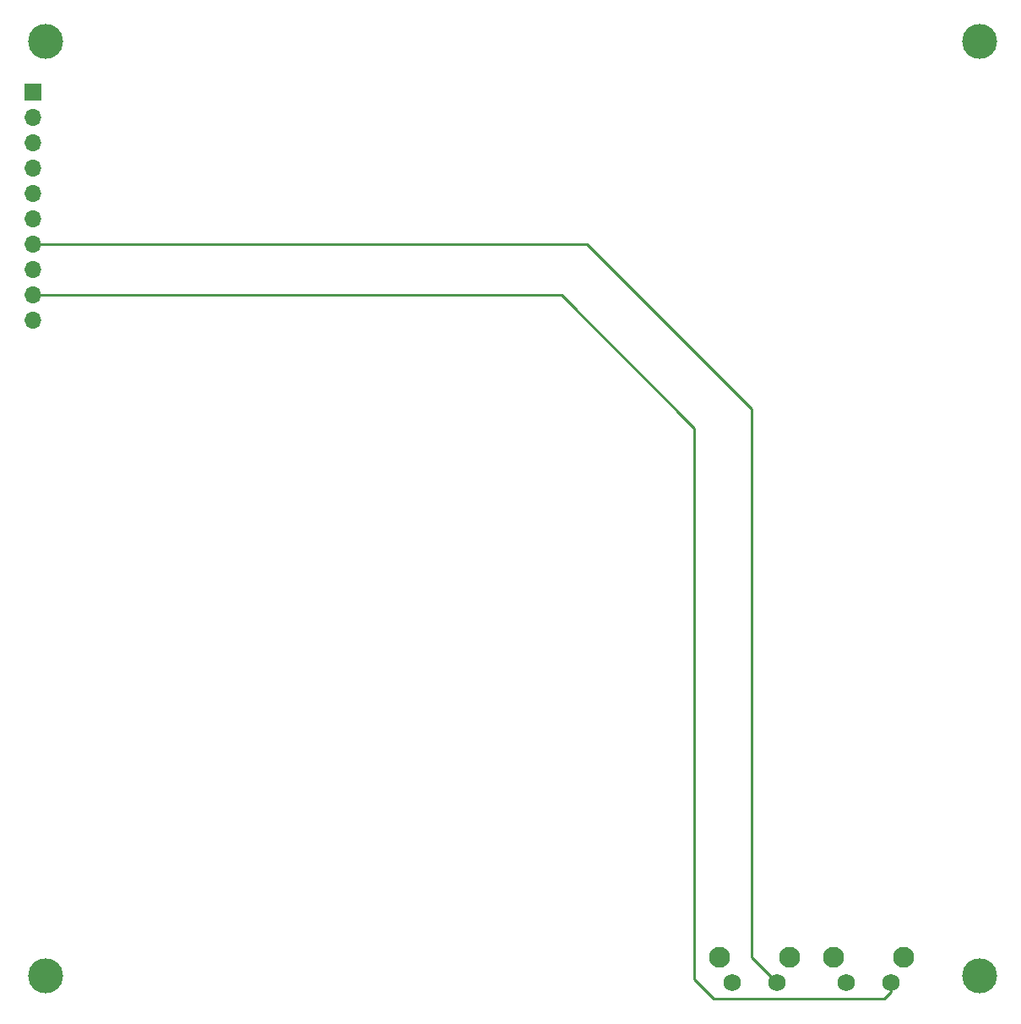
<source format=gbl>
G04 #@! TF.GenerationSoftware,KiCad,Pcbnew,(5.1.8)-1*
G04 #@! TF.CreationDate,2022-01-25T00:29:58+01:00*
G04 #@! TF.ProjectId,BulkyMIDI-32 Faceplate,42756c6b-794d-4494-9449-2d3332204661,rev?*
G04 #@! TF.SameCoordinates,Original*
G04 #@! TF.FileFunction,Copper,L2,Bot*
G04 #@! TF.FilePolarity,Positive*
%FSLAX46Y46*%
G04 Gerber Fmt 4.6, Leading zero omitted, Abs format (unit mm)*
G04 Created by KiCad (PCBNEW (5.1.8)-1) date 2022-01-25 00:29:58*
%MOMM*%
%LPD*%
G01*
G04 APERTURE LIST*
G04 #@! TA.AperFunction,ComponentPad*
%ADD10C,2.100000*%
G04 #@! TD*
G04 #@! TA.AperFunction,ComponentPad*
%ADD11C,1.750000*%
G04 #@! TD*
G04 #@! TA.AperFunction,WasherPad*
%ADD12C,3.500000*%
G04 #@! TD*
G04 #@! TA.AperFunction,ComponentPad*
%ADD13R,1.700000X1.700000*%
G04 #@! TD*
G04 #@! TA.AperFunction,ComponentPad*
%ADD14O,1.700000X1.700000*%
G04 #@! TD*
G04 #@! TA.AperFunction,Conductor*
%ADD15C,0.250000*%
G04 #@! TD*
G04 APERTURE END LIST*
D10*
X147935000Y-149580000D03*
D11*
X146685000Y-152070000D03*
X142185000Y-152070000D03*
D10*
X140925000Y-149580000D03*
X159365000Y-149580000D03*
D11*
X158115000Y-152070000D03*
X153615000Y-152070000D03*
D10*
X152355000Y-149580000D03*
D12*
X73355000Y-151435000D03*
X167005000Y-57785000D03*
D13*
X72085000Y-62865000D03*
D14*
X72085000Y-65405000D03*
X72085000Y-67945000D03*
X72085000Y-70485000D03*
X72085000Y-73025000D03*
X72085000Y-75565000D03*
X72085000Y-78105000D03*
X72085000Y-80645000D03*
X72085000Y-83185000D03*
X72085000Y-85725000D03*
D12*
X167005000Y-151435000D03*
X73355000Y-57785000D03*
D15*
X146685000Y-152070000D02*
X144145000Y-149530000D01*
X144145000Y-149530000D02*
X144145000Y-94615000D01*
X127635000Y-78105000D02*
X72085000Y-78105000D01*
X144145000Y-94615000D02*
X127635000Y-78105000D01*
X158115000Y-152070000D02*
X158115000Y-153035000D01*
X158115000Y-153035000D02*
X157480000Y-153670000D01*
X157480000Y-153670000D02*
X140335000Y-153670000D01*
X140335000Y-153670000D02*
X138430000Y-151765000D01*
X138430000Y-151765000D02*
X138430000Y-96520000D01*
X125095000Y-83185000D02*
X72085000Y-83185000D01*
X138430000Y-96520000D02*
X125095000Y-83185000D01*
M02*

</source>
